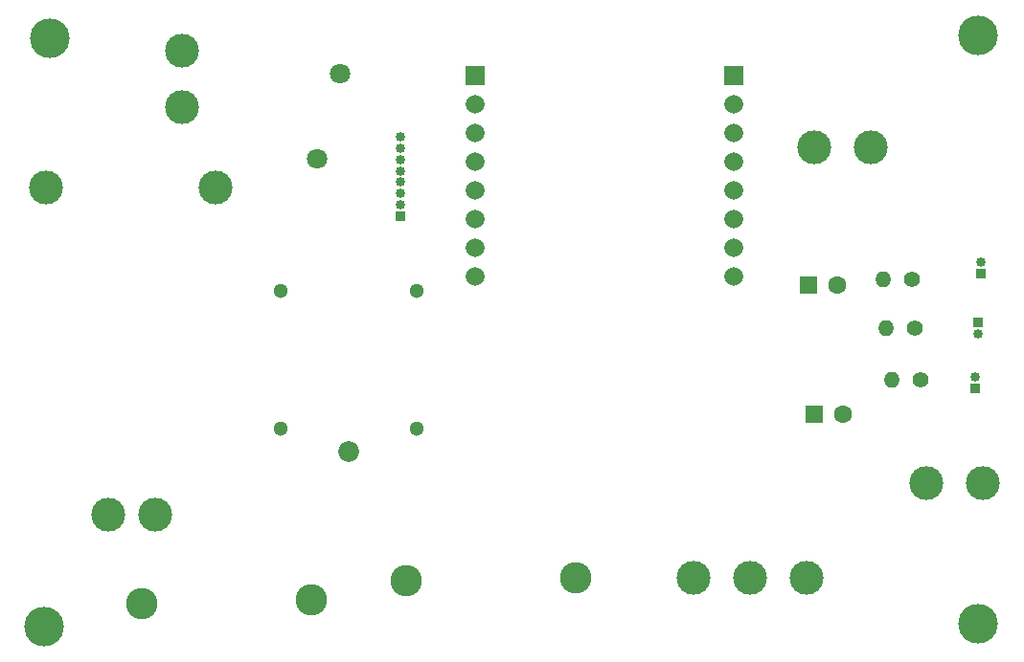
<source format=gbr>
%TF.GenerationSoftware,KiCad,Pcbnew,5.1.7-a382d34a8~88~ubuntu20.04.1*%
%TF.CreationDate,2020-12-27T18:37:31+01:00*%
%TF.ProjectId,PhotoPlug,50686f74-6f50-46c7-9567-2e6b69636164,rev?*%
%TF.SameCoordinates,Original*%
%TF.FileFunction,Soldermask,Top*%
%TF.FilePolarity,Negative*%
%FSLAX46Y46*%
G04 Gerber Fmt 4.6, Leading zero omitted, Abs format (unit mm)*
G04 Created by KiCad (PCBNEW 5.1.7-a382d34a8~88~ubuntu20.04.1) date 2020-12-27 18:37:31*
%MOMM*%
%LPD*%
G01*
G04 APERTURE LIST*
%ADD10C,3.000000*%
%ADD11O,0.850000X0.850000*%
%ADD12R,0.850000X0.850000*%
%ADD13C,3.500000*%
%ADD14C,1.800000*%
%ADD15O,1.400000X1.400000*%
%ADD16C,1.400000*%
%ADD17C,1.840000*%
%ADD18C,1.300000*%
%ADD19C,1.665000*%
%ADD20R,1.665000X1.665000*%
%ADD21C,2.780000*%
%ADD22C,1.600000*%
%ADD23R,1.600000X1.600000*%
G04 APERTURE END LIST*
D10*
%TO.C,U1*%
X124238000Y-141500000D03*
X128438000Y-141500000D03*
X133738000Y-112500000D03*
X118738000Y-112500000D03*
%TD*%
%TO.C,J3*%
X186690000Y-108966000D03*
X191690000Y-108966000D03*
%TD*%
D11*
%TO.C,J4*%
X150114000Y-108062000D03*
X150114000Y-109062000D03*
X150114000Y-110062000D03*
X150114000Y-111062000D03*
X150114000Y-112062000D03*
X150114000Y-113062000D03*
X150114000Y-114062000D03*
D12*
X150114000Y-115062000D03*
%TD*%
D13*
%TO.C,H4*%
X201168000Y-151130000D03*
%TD*%
%TO.C,H3*%
X201168000Y-99060000D03*
%TD*%
%TO.C,H2*%
X118618000Y-151384000D03*
%TD*%
%TO.C,H1*%
X119126000Y-99314000D03*
%TD*%
D14*
%TO.C,RV1*%
X142748000Y-109982000D03*
X144798000Y-102482000D03*
%TD*%
D15*
%TO.C,R3*%
X193040000Y-124968000D03*
D16*
X195580000Y-124968000D03*
%TD*%
D15*
%TO.C,R2*%
X192786000Y-120650000D03*
D16*
X195326000Y-120650000D03*
%TD*%
D15*
%TO.C,R1*%
X193548000Y-129540000D03*
D16*
X196088000Y-129540000D03*
%TD*%
D17*
%TO.C,K1*%
X145542000Y-135890000D03*
D18*
X139542000Y-133890000D03*
X151542000Y-133890000D03*
X139542000Y-121690000D03*
X151542000Y-121690000D03*
%TD*%
D11*
%TO.C,J8*%
X201422000Y-119142000D03*
D12*
X201422000Y-120142000D03*
%TD*%
D11*
%TO.C,J7*%
X200914000Y-129302000D03*
D12*
X200914000Y-130302000D03*
%TD*%
D11*
%TO.C,J6*%
X201168000Y-125460000D03*
D12*
X201168000Y-124460000D03*
%TD*%
D10*
%TO.C,J5*%
X130810000Y-105410000D03*
X130810000Y-100410000D03*
%TD*%
%TO.C,J2*%
X176022000Y-147066000D03*
X181022000Y-147066000D03*
X186022000Y-147066000D03*
%TD*%
%TO.C,J1*%
X196596000Y-138684000D03*
X201596000Y-138684000D03*
%TD*%
D19*
%TO.C,IC1*%
X156718000Y-120396000D03*
X156718000Y-117856000D03*
X156718000Y-115316000D03*
X156718000Y-112776000D03*
X156718000Y-110236000D03*
X156718000Y-107696000D03*
X156718000Y-105156000D03*
D20*
X156718000Y-102616000D03*
X179578000Y-102616000D03*
D19*
X179578000Y-105156000D03*
X179578000Y-107696000D03*
X179578000Y-110236000D03*
X179578000Y-112776000D03*
X179578000Y-115316000D03*
X179578000Y-117856000D03*
X179578000Y-120396000D03*
%TD*%
D21*
%TO.C,F2*%
X142270000Y-149052000D03*
X127270000Y-149372000D03*
%TD*%
%TO.C,F1*%
X150592000Y-147366000D03*
X165592000Y-147046000D03*
%TD*%
D22*
%TO.C,C2*%
X189190000Y-132588000D03*
D23*
X186690000Y-132588000D03*
%TD*%
D22*
%TO.C,C1*%
X188682000Y-121158000D03*
D23*
X186182000Y-121158000D03*
%TD*%
M02*

</source>
